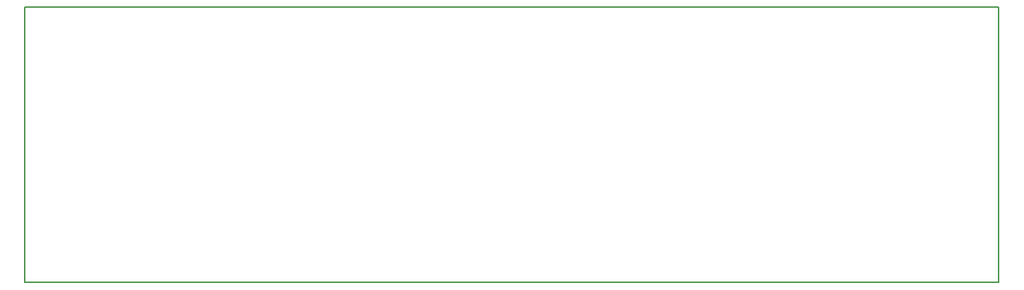
<source format=gbr>
G04 #@! TF.FileFunction,Profile,NP*
%FSLAX46Y46*%
G04 Gerber Fmt 4.6, Leading zero omitted, Abs format (unit mm)*
G04 Created by KiCad (PCBNEW 4.0.0-rc2-stable) date Tue 17 Nov 2015 13:54:05 BRT*
%MOMM*%
G01*
G04 APERTURE LIST*
%ADD10C,0.100000*%
%ADD11C,0.150000*%
G04 APERTURE END LIST*
D10*
D11*
X149860000Y-27940000D02*
X266700000Y-27940000D01*
X149860000Y-60960000D02*
X149860000Y-27940000D01*
X266700000Y-60960000D02*
X149860000Y-60960000D01*
X266700000Y-27940000D02*
X266700000Y-60960000D01*
M02*

</source>
